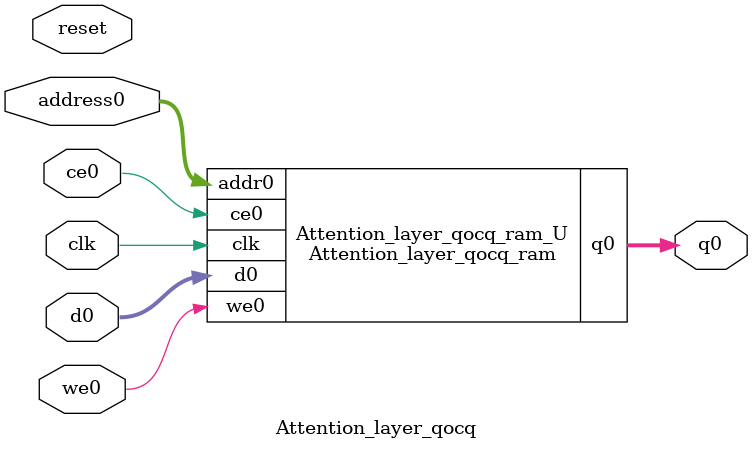
<source format=v>
`timescale 1 ns / 1 ps
module Attention_layer_qocq_ram (addr0, ce0, d0, we0, q0,  clk);

parameter DWIDTH = 12;
parameter AWIDTH = 10;
parameter MEM_SIZE = 768;

input[AWIDTH-1:0] addr0;
input ce0;
input[DWIDTH-1:0] d0;
input we0;
output reg[DWIDTH-1:0] q0;
input clk;

(* ram_style = "block" *)reg [DWIDTH-1:0] ram[0:MEM_SIZE-1];




always @(posedge clk)  
begin 
    if (ce0) begin
        if (we0) 
            ram[addr0] <= d0; 
        q0 <= ram[addr0];
    end
end


endmodule

`timescale 1 ns / 1 ps
module Attention_layer_qocq(
    reset,
    clk,
    address0,
    ce0,
    we0,
    d0,
    q0);

parameter DataWidth = 32'd12;
parameter AddressRange = 32'd768;
parameter AddressWidth = 32'd10;
input reset;
input clk;
input[AddressWidth - 1:0] address0;
input ce0;
input we0;
input[DataWidth - 1:0] d0;
output[DataWidth - 1:0] q0;



Attention_layer_qocq_ram Attention_layer_qocq_ram_U(
    .clk( clk ),
    .addr0( address0 ),
    .ce0( ce0 ),
    .we0( we0 ),
    .d0( d0 ),
    .q0( q0 ));

endmodule


</source>
